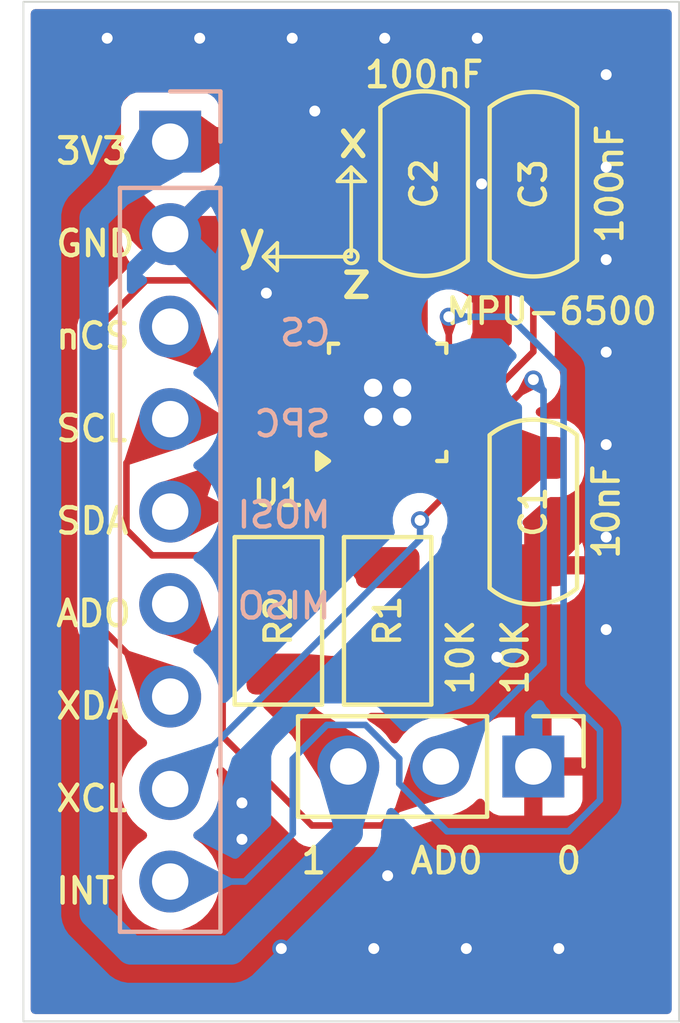
<source format=kicad_pcb>
(kicad_pcb (version 20241229) (generator "pcbnew") (generator_version "9.0")
  (layers (0 "F.Cu" signal) (2 "B.Cu" signal) (13 "F.Paste" user) (15 "B.Paste" user) (5 "F.SilkS" user "F.Silkscreen") (7 "B.SilkS" user "B.Silkscreen") (1 "F.Mask" user) (3 "B.Mask" user) (25 "Edge.Cuts" user))
  (net 0 "")
  (net 1 "GND")
  (net 2 "+3.3V")
  (net 3 "Net-(U1-REGOUT)")
  (net 7 "/INT")
  (net 10 "/AUX_CL")
  (net 13 "/AUX_DA")
  (net 15 "/IIC_AD0")
  (net 16 "/IIC_SCL")
  (net 17 "/IIC_SDA")
  (net 20 "/nCS")
  (footprint "PCM_Capacitor_SMD_AKL:C_1206_3216Metric" (layer "F.Cu") (at 184 52 -90)
    (property "Reference" "C3" (at 0.007668 0 90) (layer "F.SilkS") (effects (font (size 0.7 0.7) (thickness 0.12))))
    (property "Value" "100nF" (at 0 -2.1 90) (layer "F.SilkS") (effects (font (size 0.7 0.7) (thickness 0.12))))
    (fp_line (start -2.1 1.2) (end 2.1 1.2) (stroke (width 0.12)) (layer "F.SilkS"))
    (fp_line (start 2.1 -1.2) (end -2.1 -1.2) (stroke (width 0.12)) (layer "F.SilkS"))
    (fp_arc (start -2.1 1.2) (mid -2.526625 0) (end -2.1 -1.2) (stroke (width 0.12)) (layer "F.SilkS"))
    (fp_arc (start 2.1 -1.2) (mid 2.541962 0) (end 2.1 1.2) (stroke (width 0.12)) (layer "F.SilkS"))
    (pad "1" smd roundrect (at -1.475 0 270) (size 1.15 1.8) (layers "F.Cu" "F.Mask" "F.Paste") (roundrect_rratio 0.217391) (net 1 "GND"))
    (pad "2" smd roundrect (at 1.475 0 270) (size 1.15 1.8) (layers "F.Cu" "F.Mask" "F.Paste") (roundrect_rratio 0.217391) (net 3 "Net-(U1-REGOUT)"))
  )
  (footprint "Connector_PinHeader_2.54mm:PinHeader_1x03_P2.54mm_Vertical" (layer "F.Cu") (at 184 68 -90)
    (property "Reference" "J1" (hide yes))
    (property "Value" "Conn_01x03" (hide yes))
    (fp_line (start -1.38 6.46) (end 1.38 6.46) (stroke (width 0.12)) (layer "F.SilkS"))
    (fp_line (start -1.38 1.27) (end -1.38 6.46) (stroke (width 0.12)) (layer "F.SilkS"))
    (fp_line (start -1.38 1.27) (end 1.38 1.27) (stroke (width 0.12)) (layer "F.SilkS"))
    (fp_line (start 1.38 1.27) (end 1.38 6.46) (stroke (width 0.12)) (layer "F.SilkS"))
    (fp_line (start -1.38 0) (end -1.38 -1.38) (stroke (width 0.12)) (layer "F.SilkS"))
    (fp_line (start -1.38 -1.38) (end 0 -1.38) (stroke (width 0.12)) (layer "F.SilkS"))
    (pad "1" thru_hole rect (at 0 0 270) (size 1.7 1.7) (drill 1) (layers "*.Cu" "*.Mask") (net 1 "GND"))
    (pad "2" thru_hole circle (at 0 2.54 270) (size 1.7 1.7) (drill 1) (layers "*.Cu" "*.Mask") (net 15 "/IIC_AD0"))
    (pad "3" thru_hole circle (at 0 5.08 270) (size 1.7 1.7) (drill 1) (layers "*.Cu" "*.Mask") (net 2 "+3.3V"))
  )
  (footprint "PCM_Resistor_SMD_AKL:R_1206_3216Metric" (layer "F.Cu") (at 177 64 90)
    (property "Reference" "R2" (at 0 0 90) (layer "F.SilkS") (effects (font (size 0.7 0.7) (thickness 0.12))))
    (property "Value" "10K" (at -1 6.5 90) (layer "F.SilkS") (effects (font (size 0.7 0.7) (thickness 0.12))))
    (fp_line (start 2.3 -1.2) (end -2.3 -1.2) (stroke (width 0.12)) (layer "F.SilkS"))
    (fp_line (start -2.3 -1.2) (end -2.3 1.2) (stroke (width 0.12)) (layer "F.SilkS"))
    (fp_line (start 2.3 1.2) (end 2.3 -1.2) (stroke (width 0.12)) (layer "F.SilkS"))
    (fp_line (start -2.3 1.2) (end 2.3 1.2) (stroke (width 0.12)) (layer "F.SilkS"))
    (pad "1" smd roundrect (at -1.4625 0 90) (size 1.125 1.75) (layers "F.Cu" "F.Mask" "F.Paste") (roundrect_rratio 0.222222) (net 2 "+3.3V"))
    (pad "2" smd roundrect (at 1.4625 0 90) (size 1.125 1.75) (layers "F.Cu" "F.Mask" "F.Paste") (roundrect_rratio 0.222222) (net 16 "/IIC_SCL"))
  )
  (footprint "PCM_Capacitor_SMD_AKL:C_1206_3216Metric" (layer "F.Cu") (at 181 52 90)
    (property "Reference" "C2" (at 0.007668 0 270) (layer "F.SilkS") (effects (font (size 0.7 0.7) (thickness 0.12))))
    (property "Value" "100nF" (at 3 0 0) (layer "F.SilkS") (effects (font (size 0.7 0.7) (thickness 0.12))))
    (fp_line (start 2.1 -1.2) (end -2.1 -1.2) (stroke (width 0.12)) (layer "F.SilkS"))
    (fp_line (start -2.1 1.2) (end 2.1 1.2) (stroke (width 0.12)) (layer "F.SilkS"))
    (fp_arc (start 2.1 -1.2) (mid 2.541962 0) (end 2.1 1.2) (stroke (width 0.12)) (layer "F.SilkS"))
    (fp_arc (start -2.1 1.2) (mid -2.526625 0) (end -2.1 -1.2) (stroke (width 0.12)) (layer "F.SilkS"))
    (pad "1" smd roundrect (at -1.475 0 90) (size 1.15 1.8) (layers "F.Cu" "F.Mask" "F.Paste") (roundrect_rratio 0.217391) (net 2 "+3.3V"))
    (pad "2" smd roundrect (at 1.475 0 90) (size 1.15 1.8) (layers "F.Cu" "F.Mask" "F.Paste") (roundrect_rratio 0.217391) (net 1 "GND"))
  )
  (footprint "PCM_Resistor_SMD_AKL:R_1206_3216Metric" (layer "F.Cu") (at 180 64 90)
    (property "Reference" "R1" (at 0 0 90) (layer "F.SilkS") (effects (font (size 0.7 0.7) (thickness 0.12))))
    (property "Value" "10K" (at -1 2 90) (layer "F.SilkS") (effects (font (size 0.7 0.7) (thickness 0.12))))
    (fp_line (start 2.3 -1.2) (end -2.3 -1.2) (stroke (width 0.12)) (layer "F.SilkS"))
    (fp_line (start -2.3 -1.2) (end -2.3 1.2) (stroke (width 0.12)) (layer "F.SilkS"))
    (fp_line (start 2.3 1.2) (end 2.3 -1.2) (stroke (width 0.12)) (layer "F.SilkS"))
    (fp_line (start -2.3 1.2) (end 2.3 1.2) (stroke (width 0.12)) (layer "F.SilkS"))
    (pad "1" smd roundrect (at -1.4625 0 90) (size 1.125 1.75) (layers "F.Cu" "F.Mask" "F.Paste") (roundrect_rratio 0.222222) (net 2 "+3.3V"))
    (pad "2" smd roundrect (at 1.4625 0 90) (size 1.125 1.75) (layers "F.Cu" "F.Mask" "F.Paste") (roundrect_rratio 0.222222) (net 17 "/IIC_SDA"))
  )
  (footprint "Library:QFN-24-1EP_3x3mm_P0.4mm_EP1.75x1.6mm_ThermalVias" (layer "F.Cu") (at 180 58 90)
    (property "Reference" "U1" (at -2.5 -3 180) (layer "F.SilkS") (effects (font (size 0.7 0.7) (thickness 0.12) (bold yes))))
    (property "Value" "MPU-6500" (at 2.5 4.5 180) (layer "F.SilkS") (effects (font (size 0.7 0.7) (thickness 0.12) (bold yes))))
    (fp_line (start 1.61 -1.61) (end 1.61 -1.36) (stroke (width 0.12)) (layer "F.SilkS"))
    (fp_line (start 1.36 -1.61) (end 1.61 -1.61) (stroke (width 0.12)) (layer "F.SilkS"))
    (fp_line (start 1.61 1.61) (end 1.61 1.36) (stroke (width 0.12)) (layer "F.SilkS"))
    (fp_line (start 1.36 1.61) (end 1.61 1.61) (stroke (width 0.12)) (layer "F.SilkS"))
    (fp_line (start -1.36 1.61) (end -1.61 1.61) (stroke (width 0.12)) (layer "F.SilkS"))
    (fp_line (start -1.61 1.61) (end -1.61 1.36) (stroke (width 0.12)) (layer "F.SilkS"))
    (fp_poly (pts (xy -1.61 -1.61) (xy -1.85 -1.94) (xy -1.37 -1.94)) (stroke (width 0.12)) (fill yes) (layer "F.SilkS"))
    (pad "1" smd roundrect (at -1.875 -1 90) (size 1 0.2) (layers "F.Cu" "F.Mask" "F.Paste"))
    (pad "1" smd custom (at -1.5 -1 90) (size 0.115147 0.115147) (layers "F.Cu" "F.Mask" "F.Paste") (options (clearance outline) (anchor circle)) (primitives (gr_poly (pts (xy -0.335 -0.06) (xy 0.238431 -0.06) (xy 0.335 0.036569) (xy 0.335 0.06) (xy -0.335 0.06)) (width 0.08) (fill yes))))
    (pad "2" smd roundrect (at -1.75 -0.6 90) (size 1.25 0.2) (layers "F.Cu" "F.Mask" "F.Paste"))
    (pad "3" smd roundrect (at -1.75 -0.2 90) (size 1.25 0.2) (layers "F.Cu" "F.Mask" "F.Paste"))
    (pad "4" smd roundrect (at -1.75 0.2 90) (size 1.25 0.2) (layers "F.Cu" "F.Mask" "F.Paste"))
    (pad "5" smd roundrect (at -1.75 0.6 90) (size 1.25 0.2) (layers "F.Cu" "F.Mask" "F.Paste"))
    (pad "6" smd roundrect (at -1.875 1 90) (size 1 0.2) (layers "F.Cu" "F.Mask" "F.Paste"))
    (pad "6" smd custom (at -1.5 1 90) (size 0.115147 0.115147) (layers "F.Cu" "F.Mask" "F.Paste") (options (clearance outline) (anchor circle)) (primitives (gr_poly (pts (xy -0.335 -0.06) (xy 0.335 -0.06) (xy 0.335 -0.036569) (xy 0.238431 0.06) (xy -0.335 0.06)) (width 0.08) (fill yes))))
    (pad "7" smd custom (at -1 1.5 90) (size 0.115147 0.115147) (layers "F.Cu" "F.Mask" "F.Paste") (net 10 "/AUX_CL") (options (clearance outline) (anchor circle)) (primitives (gr_poly (pts (xy -0.06 -0.238431) (xy 0.036569 -0.335) (xy 0.06 -0.335) (xy 0.06 0.335) (xy -0.06 0.335)) (width 0.08) (fill yes))))
    (pad "7" smd roundrect (at -1 1.875 90) (size 0.2 1) (layers "F.Cu" "F.Mask" "F.Paste") (net 10 "/AUX_CL"))
    (pad "8" smd roundrect (at -0.6 1.75 90) (size 0.2 1.25) (layers "F.Cu" "F.Mask" "F.Paste") (net 2 "+3.3V"))
    (pad "9" smd roundrect (at -0.2 1.75 90) (size 0.2 1.25) (layers "F.Cu" "F.Mask" "F.Paste") (net 15 "/IIC_AD0"))
    (pad "10" smd roundrect (at 0.2 1.75 90) (size 0.2 1.25) (layers "F.Cu" "F.Mask" "F.Paste") (net 3 "Net-(U1-REGOUT)"))
    (pad "11" smd roundrect (at 0.6 1.75 90) (size 0.2 1.25) (layers "F.Cu" "F.Mask" "F.Paste") (net 1 "GND"))
    (pad "12" smd custom (at 1 1.5 90) (size 0.115147 0.115147) (layers "F.Cu" "F.Mask" "F.Paste") (net 7 "/INT") (options (clearance outline) (anchor circle)) (primitives (gr_poly (pts (xy -0.06 -0.335) (xy -0.036569 -0.335) (xy 0.06 -0.238431) (xy 0.06 0.335) (xy -0.06 0.335)) (width 0.08) (fill yes))))
    (pad "12" smd roundrect (at 1 1.875 90) (size 0.2 1) (layers "F.Cu" "F.Mask" "F.Paste") (net 7 "/INT"))
    (pad "13" smd custom (at 1.5 1 90) (size 0.115147 0.115147) (layers "F.Cu" "F.Mask" "F.Paste") (net 2 "+3.3V") (options (clearance outline) (anchor circle)) (primitives (gr_poly (pts (xy -0.335 -0.06) (xy 0.335 -0.06) (xy 0.335 0.06) (xy -0.238431 0.06) (xy -0.335 -0.036569)) (width 0.08) (fill yes))))
    (pad "13" smd roundrect (at 1.875 1 90) (size 1 0.2) (layers "F.Cu" "F.Mask" "F.Paste") (net 2 "+3.3V"))
    (pad "14" smd roundrect (at 1.75 0.6 90) (size 1.25 0.2) (layers "F.Cu" "F.Mask" "F.Paste"))
    (pad "15" smd roundrect (at 1.75 0.2 90) (size 1.25 0.2) (layers "F.Cu" "F.Mask" "F.Paste"))
    (pad "16" smd roundrect (at 1.75 -0.2 90) (size 1.25 0.2) (layers "F.Cu" "F.Mask" "F.Paste"))
    (pad "17" smd roundrect (at 1.75 -0.6 90) (size 1.25 0.2) (layers "F.Cu" "F.Mask" "F.Paste"))
    (pad "18" smd custom (at 1.5 -1 90) (size 0.115147 0.115147) (layers "F.Cu" "F.Mask" "F.Paste") (net 1 "GND") (options (clearance outline) (anchor circle)) (primitives (gr_poly (pts (xy -0.335 0.036569) (xy -0.238431 -0.06) (xy 0.335 -0.06) (xy 0.335 0.06) (xy -0.335 0.06)) (width 0.08) (fill yes))))
    (pad "18" smd roundrect (at 1.875 -1 90) (size 1 0.2) (layers "F.Cu" "F.Mask" "F.Paste") (net 1 "GND"))
    (pad "19" smd roundrect (at 1 -1.875 90) (size 0.2 1) (layers "F.Cu" "F.Mask" "F.Paste") (net 2 "+3.3V"))
    (pad "19" smd custom (at 1 -1.5 90) (size 0.115147 0.115147) (layers "F.Cu" "F.Mask" "F.Paste") (net 2 "+3.3V") (options (clearance outline) (anchor circle)) (primitives (gr_poly (pts (xy -0.06 -0.335) (xy 0.06 -0.335) (xy 0.06 0.238431) (xy -0.036569 0.335) (xy -0.06 0.335)) (width 0.08) (fill yes))))
    (pad "20" smd roundrect (at 0.6 -1.75 90) (size 0.2 1.25) (layers "F.Cu" "F.Mask" "F.Paste") (net 1 "GND"))
    (pad "21" smd roundrect (at 0.2 -1.75 90) (size 0.2 1.25) (layers "F.Cu" "F.Mask" "F.Paste") (net 13 "/AUX_DA"))
    (pad "22" smd roundrect (at -0.2 -1.75 90) (size 0.2 1.25) (layers "F.Cu" "F.Mask" "F.Paste") (net 20 "/nCS"))
    (pad "23" smd roundrect (at -0.6 -1.75 90) (size 0.2 1.25) (layers "F.Cu" "F.Mask" "F.Paste") (net 16 "/IIC_SCL"))
    (pad "24" smd roundrect (at -1 -1.875 90) (size 0.2 1) (layers "F.Cu" "F.Mask" "F.Paste") (net 17 "/IIC_SDA"))
    (pad "24" smd custom (at -1 -1.5 90) (size 0.115147 0.115147) (layers "F.Cu" "F.Mask" "F.Paste") (net 17 "/IIC_SDA") (options (clearance outline) (anchor circle)) (primitives (gr_poly (pts (xy -0.06 -0.335) (xy 0.06 -0.335) (xy 0.06 0.335) (xy 0.036569 0.335) (xy -0.06 0.238431)) (width 0.08) (fill yes))))
    (pad "25" thru_hole circle (at -0.4 -0.4 90) (size 0.8 0.8) (drill 0.5) (property pad_prop_heatsink) (layers "*.Cu") (net 1 "GND"))
    (pad "25" thru_hole circle (at -0.4 0.4 90) (size 0.8 0.8) (drill 0.5) (property pad_prop_heatsink) (layers "*.Cu") (net 1 "GND"))
    (pad "25" smd rect (at 0 0 90) (size 1.75 1.6) (property pad_prop_heatsink) (layers "F.Cu" "F.Mask") (net 1 "GND"))
    (pad "25" smd rect (at 0 0 90) (size 1.75 1.6) (property pad_prop_heatsink) (layers "B.Cu") (net 1 "GND"))
    (pad "25" thru_hole circle (at 0.4 -0.4 90) (size 0.8 0.8) (drill 0.5) (property pad_prop_heatsink) (layers "*.Cu") (net 1 "GND"))
    (pad "25" thru_hole circle (at 0.4 0.4 90) (size 0.8 0.8) (drill 0.5) (property pad_prop_heatsink) (layers "*.Cu") (net 1 "GND"))
  )
  (footprint "PCM_Capacitor_SMD_AKL:C_1206_3216Metric" (layer "F.Cu") (at 184 61 -90)
    (property "Reference" "C1" (at 0.007668 0 90) (layer "F.SilkS") (effects (font (size 0.7 0.7) (thickness 0.12))))
    (property "Value" "10nF" (at 0 -2 90) (layer "F.SilkS") (effects (font (size 0.7 0.7) (thickness 0.12))))
    (fp_line (start -2.1 1.2) (end 2.1 1.2) (stroke (width 0.12)) (layer "F.SilkS"))
    (fp_line (start 2.1 -1.2) (end -2.1 -1.2) (stroke (width 0.12)) (layer "F.SilkS"))
    (fp_arc (start -2.1 1.2) (mid -2.526625 0) (end -2.1 -1.2) (stroke (width 0.12)) (layer "F.SilkS"))
    (fp_arc (start 2.1 -1.2) (mid 2.541962 0) (end 2.1 1.2) (stroke (width 0.12)) (layer "F.SilkS"))
    (pad "1" smd roundrect (at -1.475 0 270) (size 1.15 1.8) (layers "F.Cu" "F.Mask" "F.Paste") (roundrect_rratio 0.217391) (net 2 "+3.3V"))
    (pad "2" smd roundrect (at 1.475 0 270) (size 1.15 1.8) (layers "F.Cu" "F.Mask" "F.Paste") (roundrect_rratio 0.217391) (net 1 "GND"))
  )
  (footprint "Connector_PinHeader_2.54mm:PinHeader_1x09_P2.54mm_Vertical" (layer "B.Cu") (at 174.03 50.84 180)
    (property "Reference" "J2" (hide yes))
    (property "Value" "Conn_01x09")
    (fp_line (start 1.38 -1.27) (end 1.38 -21.7) (stroke (width 0.12)) (layer "B.SilkS"))
    (fp_line (start -1.38 1.38) (end 0 1.38) (stroke (width 0.12)) (layer "B.SilkS"))
    (fp_line (start -1.38 0) (end -1.38 1.38) (stroke (width 0.12)) (layer "B.SilkS"))
    (fp_line (start -1.38 -1.27) (end 1.38 -1.27) (stroke (width 0.12)) (layer "B.SilkS"))
    (fp_line (start -1.38 -1.27) (end -1.38 -21.7) (stroke (width 0.12)) (layer "B.SilkS"))
    (fp_line (start -1.38 -21.7) (end 1.38 -21.7) (stroke (width 0.12)) (layer "B.SilkS"))
    (pad "1" thru_hole rect (at 0 0 180) (size 1.7 1.7) (drill 1) (layers "*.Cu" "*.Mask") (net 2 "+3.3V"))
    (pad "2" thru_hole circle (at 0 -2.54 180) (size 1.7 1.7) (drill 1) (layers "*.Cu" "*.Mask") (net 1 "GND"))
    (pad "3" thru_hole circle (at 0 -5.08 180) (size 1.7 1.7) (drill 1) (layers "*.Cu" "*.Mask") (net 20 "/nCS"))
    (pad "4" thru_hole circle (at 0 -7.62 180) (size 1.7 1.7) (drill 1) (layers "*.Cu" "*.Mask") (net 16 "/IIC_SCL"))
    (pad "5" thru_hole circle (at 0 -10.16 180) (size 1.7 1.7) (drill 1) (layers "*.Cu" "*.Mask") (net 17 "/IIC_SDA"))
    (pad "6" thru_hole circle (at 0 -12.7 180) (size 1.7 1.7) (drill 1) (layers "*.Cu" "*.Mask") (net 15 "/IIC_AD0"))
    (pad "7" thru_hole circle (at 0 -15.24 180) (size 1.7 1.7) (drill 1) (layers "*.Cu" "*.Mask") (net 13 "/AUX_DA"))
    (pad "8" thru_hole circle (at 0 -17.78 180) (size 1.7 1.7) (drill 1) (layers "*.Cu" "*.Mask") (net 10 "/AUX_CL"))
    (pad "9" thru_hole circle (at 0 -20.32 180) (size 1.7 1.7) (drill 1) (layers "*.Cu" "*.Mask") (net 7 "/INT"))
  )
  (gr_rect (start 178.51 56.58) (end 181.45 59.43) (stroke (width 0.2)) (fill yes) (layer "B.Cu") (net 1))
  (gr_line (start 176.59 54) (end 176.97 54.38) (stroke (width 0.1)) (layer "F.SilkS"))
  (gr_line (start 178.62 51.92) (end 179 51.54) (stroke (width 0.1)) (layer "F.SilkS"))
  (gr_circle (center 179 54) (end 179.13 54.13) (stroke (width 0.1)) (fill no) (layer "F.SilkS"))
  (gr_line (start 176.97 53.62) (end 176.59 54) (stroke (width 0.1)) (layer "F.SilkS"))
  (gr_line (start 177 54) (end 176.59 54) (stroke (width 0.1)) (layer "F.SilkS"))
  (gr_line (start 176.59 54) (end 176.97 53.62) (stroke (width 0.1)) (layer "F.SilkS"))
  (gr_line (start 177 54) (end 179 54) (stroke (width 0.1)) (layer "F.SilkS"))
  (gr_line (start 179.39 51.93) (end 178.62 51.93) (stroke (width 0.1)) (layer "F.SilkS"))
  (gr_line (start 179 54) (end 179 52) (stroke (width 0.1)) (layer "F.SilkS"))
  (gr_line (start 179 52) (end 179 51.54) (stroke (width 0.1)) (layer "F.SilkS"))
  (gr_line (start 179 51.54) (end 178.62 51.92) (stroke (width 0.1)) (layer "F.SilkS"))
  (gr_line (start 179 54) (end 177 54) (stroke (width 0.1)) (layer "F.SilkS"))
  (gr_line (start 179 51.54) (end 179.39 51.93) (stroke (width 0.1)) (layer "F.SilkS"))
  (gr_line (start 176.97 54.38) (end 176.97 53.62) (stroke (width 0.1)) (layer "F.SilkS"))
  (gr_rect (start 170 47) (end 188 75) (stroke (width 0.05)) (fill no) (layer "Edge.Cuts"))
  (gr_text "1" (at 177.56 71 0) (layer "F.SilkS") (effects (font (size 0.7 0.7) (thickness 0.12) (bold yes)) (justify left bottom)))
  (gr_text "z" (at 178.64 55.22 0) (layer "F.SilkS") (effects (font (size 1 1)) (justify left bottom)))
  (gr_text "SDA" (at 170.83 61.67 0) (layer "F.SilkS") (effects (font (size 0.7 0.7) (thickness 0.12) (bold yes)) (justify left bottom)))
  (gr_text "x" (at 178.55 51.35 0) (layer "F.SilkS") (effects (font (size 1 1)) (justify left bottom)))
  (gr_text "SCL" (at 170.83 59.13 0) (layer "F.SilkS") (effects (font (size 0.7 0.7) (thickness 0.12) (bold yes)) (justify left bottom)))
  (gr_text "0" (at 184.56 71 0) (layer "F.SilkS") (effects (font (size 0.7 0.7) (thickness 0.12) (bold yes)) (justify left bottom)))
  (gr_text "GND\n" (at 170.83 54.05 0) (layer "F.SilkS") (effects (font (size 0.7 0.7) (thickness 0.12) (bold yes)) (justify left bottom)))
  (gr_text "AD0\n" (at 180.56 71 0) (layer "F.SilkS") (effects (font (size 0.7 0.7) (thickness 0.12) (bold yes)) (justify left bottom)))
  (gr_text "XCL" (at 170.83 69.29 0) (layer "F.SilkS") (effects (font (size 0.7 0.7) (thickness 0.12) (bold yes)) (justify left bottom)))
  (gr_text "y" (at 175.8 54.1 0) (layer "F.SilkS") (effects (font (size 1 1)) (justify left bottom)))
  (gr_text "INT" (at 170.83 71.83 0) (layer "F.SilkS") (effects (font (size 0.7 0.7) (thickness 0.12) (bold yes)) (justify left bottom)))
  (gr_text "nCS" (at 170.83 56.59 0) (layer "F.SilkS") (effects (font (size 0.7 0.7) (thickness 0.12) (bold yes)) (justify left bottom)))
  (gr_text "ADO" (at 170.83 64.21 0) (layer "F.SilkS") (effects (font (size 0.7 0.7) (thickness 0.12) (bold yes)) (justify left bottom)))
  (gr_text "3V3" (at 170.83 51.51 0) (layer "F.SilkS") (effects (font (size 0.7 0.7) (thickness 0.12) (bold yes)) (justify left bottom)))
  (gr_text "XDA" (at 170.83 66.75 0) (layer "F.SilkS") (effects (font (size 0.7 0.7) (thickness 0.12) (bold yes)) (justify left bottom)))
  (gr_text "CS" (at 178.5 56.5 0) (layer "B.SilkS") (effects (font (size 0.7 0.7) (thickness 0.12) (bold yes)) (justify left bottom mirror)))
  (gr_text "SPC" (at 178.5 59 0) (layer "B.SilkS") (effects (font (size 0.7 0.7) (thickness 0.12) (bold yes)) (justify left bottom mirror)))
  (gr_text "MISO" (at 178.5 64 0) (layer "B.SilkS") (effects (font (size 0.7 0.7) (thickness 0.12) (bold yes)) (justify left bottom mirror)))
  (gr_text "MOSI\n" (at 178.5 61.5 0) (layer "B.SilkS") (effects (font (size 0.7 0.7) (thickness 0.12) (bold yes)) (justify left bottom mirror)))
  (segment (start 182.43 50.525) (end 181 50.525) (width 0.5) (layer "F.Cu") (net 1))
  (segment (start 175.33 53.38) (end 176.67 54.72) (width 1) (layer "F.Cu") (net 1))
  (segment (start 179.17 57.17) (end 180 58) (width 0.13) (layer "F.Cu") (net 1))
  (segment (start 179.081 56.581) (end 179.081 56.951) (width 0.13) (layer "F.Cu") (net 1))
  (segment (start 179 56.5) (end 179.081 56.581) (width 0.13) (layer "F.Cu") (net 1))
  (segment (start 184 50.525) (end 181 50.525) (width 1) (layer "F.Cu") (net 1))
  (segment (start 179.395 48.92) (end 181 50.525) (width 1) (layer "F.Cu") (net 1))
  (segment (start 182.895 57.125) (end 182.895 56.575) (width 0.18) (layer "F.Cu") (net 1))
  (segment (start 176.67 55) (end 176.67 55.17) (width 1) (layer "F.Cu") (net 1))
  (segment (start 179.4 57.4) (end 180 58) (width 0.18) (layer "F.Cu") (net 1))
  (segment (start 181.75 57.4) (end 182.62 57.4) (width 0.18) (layer "F.Cu") (net 1))
  (segment (start 178.25 57.4) (end 179.4 57.4) (width 0.18) (layer "F.Cu") (net 1))
  (segment (start 181.5 57.4) (end 181.877714 57.4) (width 0.18) (layer "F.Cu") (net 1))
  (segment (start 172.05 51.93) (end 172.05 49.718) (width 1) (layer "F.Cu") (net 1))
  (segment (start 177.12 57.4) (end 176.66 56.94) (width 0.18) (layer "F.Cu") (net 1))
  (segment (start 186 60.475) (end 186 59.16) (width 1) (layer "F.Cu") (net 1))
  (segment (start 184 62.475) (end 186 60.475) (width 1) (layer "F.Cu") (net 1))
  (segment (start 180.6 57.4) (end 180 58) (width 0.18) (layer "F.Cu") (net 1))
  (segment (start 179.081 56.951) (end 179.17 57.04) (width 0.13) (layer "F.Cu") (net 1))
  (segment (start 182.58 52) (end 182.58 51.525) (width 0.5) (layer "F.Cu") (net 1))
  (segment (start 182.58 52.44) (end 182.58 52) (width 0.5) (layer "F.Cu") (net 1))
  (segment (start 182.895 56.575) (end 182.58 56.26) (width 0.18) (layer "F.Cu") (net 1))
  (segment (start 182.59 56.27) (end 182.58 56.26) (width 0.5) (layer "F.Cu") (net 1))
  (segment (start 182.62 57.4) (end 182.895 57.125) (width 0.18) (layer "F.Cu") (net 1))
  (segment (start 178.25 57.4) (end 177.12 57.4) (width 0.18) (layer "F.Cu") (net 1))
  (segment (start 182.58 50.675) (end 182.43 50.525) (width 0.5) (layer "F.Cu") (net 1))
  (segment (start 184 50.525) (end 186 52.525) (width 1) (layer "F.Cu") (net 1))
  (segment (start 173.5 53.38) (end 172.05 51.93) (width 1) (layer "F.Cu") (net 1))
  (segment (start 179.17 57.04) (end 179.17 57.17) (width 0.13) (layer "F.Cu") (net 1))
  (segment (start 174.03 53.38) (end 173.5 53.38) (width 1) (layer "F.Cu") (net 1))
  (segment (start 181.5 57.4) (end 180.6 57.4) (width 0.18) (layer "F.Cu") (net 1))
  (segment (start 184 68) (end 184 62.475) (width 1) (layer "F.Cu") (net 1))
  (segment (start 182.58 52.44) (end 182.58 56.26) (width 0.5) (layer "F.Cu") (net 1))
  (segment (start 176.66 56.94) (end 176.66 55.18) (width 0.18) (layer "F.Cu") (net 1))
  (segment (start 176.66 55.18) (end 176.67 55.17) (width 0.18) (layer "F.Cu") (net 1))
  (segment (start 174.03 53.38) (end 175.33 53.38) (width 1) (layer "F.Cu") (net 1))
  (segment (start 172.848 48.92) (end 179.395 48.92) (width 1) (layer "F.Cu") (net 1))
  (segment (start 186 52.525) (end 186 60.475) (width 1) (layer "F.Cu") (net 1))
  (segment (start 182.58 52.44) (end 182.58 50.675) (width 0.5) (layer "F.Cu") (net 1))
  (segment (start 176.67 54.72) (end 176.67 55) (width 1) (layer "F.Cu") (net 1))
  (segment (start 172.05 49.718) (end 172.848 48.92) (width 1) (layer "F.Cu") (net 1))
  (via (at 174.84 48) (size 0.5) (drill 0.3) (layers "F.Cu" "B.Cu") (net 1))
  (via (at 172.3 48) (size 0.5) (drill 0.3) (layers "F.Cu" "B.Cu") (net 1))
  (via (at 186 49) (size 0.5) (drill 0.3) (layers "F.Cu" "B.Cu") (net 1))
  (via (at 184.7 73) (size 0.5) (drill 0.3) (layers "F.Cu" "B.Cu") (net 1))
  (via (at 182.16 73) (size 0.5) (drill 0.3) (layers "F.Cu" "B.Cu") (net 1))
  (via (at 183 65) (size 0.5) (drill 0.3) (layers "F.Cu" "B.Cu") (net 1))
  (via (at 180 71) (size 0.5) (drill 0.3) (layers "F.Cu" "B.Cu") (net 1))
  (via (at 179.62 73) (size 0.5) (drill 0.3) (layers "F.Cu" "B.Cu") (net 1))
  (via (at 186 51.54) (size 0.5) (drill 0.3) (layers "F.Cu" "B.Cu") (net 1))
  (via (at 182.58 52) (size 0.5) (drill 0.3) (layers "F.Cu" "B.Cu") (net 1))
  (via (at 186 59.16) (size 0.5) (drill 0.3) (layers "F.Cu" "B.Cu") (net 1))
  (via (at 176 69) (size 0.5) (drill 0.3) (layers "F.Cu" "B.Cu") (net 1))
  (via (at 186 54.08) (size 0.5) (drill 0.3) (layers "F.Cu" "B.Cu") (net 1))
  (via (at 186 61.7) (size 0.5) (drill 0.3) (layers "F.Cu" "B.Cu") (net 1))
  (via (at 179.92 48) (size 0.5) (drill 0.3) (layers "F.Cu" "B.Cu") (net 1))
  (via (at 176 70) (size 0.5) (drill 0.3) (layers "F.Cu" "B.Cu") (net 1))
  (via (at 186 64.24) (size 0.5) (drill 0.3) (layers "F.Cu" "B.Cu") (net 1))
  (via (at 182.46 48) (size 0.5) (drill 0.3) (layers "F.Cu" "B.Cu") (net 1))
  (via (at 177.38 48) (size 0.5) (drill 0.3) (layers "F.Cu" "B.Cu") (net 1))
  (via (at 177.08 73) (size 0.5) (drill 0.3) (layers "F.Cu" "B.Cu") (net 1))
  (via (at 176.67 55) (size 0.5) (drill 0.3) (layers "F.Cu" "B.Cu") (net 1))
  (via (at 178 50) (size 0.5) (drill 0.3) (layers "F.Cu" "B.Cu") (net 1))
  (via (at 186 56.62) (size 0.5) (drill 0.3) (layers "F.Cu" "B.Cu") (net 1))
  (segment (start 178.655 58.005) (end 179.98 58.005) (width 1) (layer "B.Cu") (net 1))
  (segment (start 174.03 53.38) (end 178.655 58.005) (width 1) (layer "B.Cu") (net 1))
  (segment (start 183.075 58.6) (end 184 59.525) (width 0.2) (layer "F.Cu") (net 2))
  (segment (start 175.31 50.84) (end 174.03 50.84) (width 0.8) (layer "F.Cu") (net 2))
  (segment (start 182.17 61.355) (end 184 59.525) (width 1) (layer "F.Cu") (net 2))
  (segment (start 181.75 58.6) (end 183.075 58.6) (width 0.2) (layer "F.Cu") (net 2))
  (segment (start 180 65.4625) (end 182.17 63.2925) (width 1) (layer "F.Cu") (net 2))
  (segment (start 177 66.08) (end 178.92 68) (width 1) (layer "F.Cu") (net 2))
  (segment (start 181 53.475) (end 177.945 53.475) (width 0.8) (layer "F.Cu") (net 2))
  (segment (start 178.24 56.885) (end 178.24 53.77) (width 0.2) (layer "F.Cu") (net 2))
  (segment (start 178.125 57) (end 178.24 56.885) (width 0.2) (layer "F.Cu") (net 2))
  (segment (start 177 65.4625) (end 177 66.08) (width 1) (layer "F.Cu") (net 2))
  (segment (start 177.945 53.475) (end 175.31 50.84) (width 0.8) (layer "F.Cu") (net 2))
  (segment (start 182.17 63.2925) (end 182.17 61.355) (width 1) (layer "F.Cu") (net 2))
  (segment (start 178.24 53.77) (end 177.945 53.475) (width 0.2) (layer "F.Cu") (net 2))
  (segment (start 181 56.125) (end 181 53.475) (width 0.2) (layer "F.Cu") (net 2))
  (segment (start 177 65.4625) (end 180 65.4625) (width 1) (layer "F.Cu") (net 2))
  (segment (start 171.94 72.03) (end 172.95 73.04) (width 0.8) (layer "B.Cu") (net 2))
  (segment (start 178.92 69.823496) (end 178.92 68) (width 0.8) (layer "B.Cu") (net 2))
  (segment (start 171.94 52.93) (end 171.94 72.03) (width 0.8) (layer "B.Cu") (net 2))
  (segment (start 172.95 73.04) (end 175.703496 73.04) (width 0.8) (layer "B.Cu") (net 2))
  (segment (start 175.703496 73.04) (end 178.92 69.823496) (width 0.8) (layer "B.Cu") (net 2))
  (segment (start 174.03 50.84) (end 171.94 52.93) (width 0.8) (layer "B.Cu") (net 2))
  (segment (start 181.5 57.8) (end 182.81 57.8) (width 0.18) (layer "F.Cu") (net 3))
  (segment (start 184 56.61) (end 184 53.475) (width 0.18) (layer "F.Cu") (net 3))
  (segment (start 182.81 57.8) (end 184 56.61) (width 0.18) (layer "F.Cu") (net 3))
  (segment (start 181.68 56.805) (end 181.875 57) (width 0.18) (layer "F.Cu") (net 7))
  (segment (start 181.68 55.65) (end 181.68 56.805) (width 0.18) (layer "F.Cu") (net 7))
  (via (at 181.68 55.65) (size 0.5) (drill 0.3) (layers "F.Cu" "B.Cu") (net 7))
  (segment (start 180.319 67.785382) (end 180.319 68.472618) (width 0.18) (layer "B.Cu") (net 7))
  (segment (start 184.83 66) (end 184.83 57.12) (width 0.18) (layer "B.Cu") (net 7))
  (segment (start 185.83 68.92) (end 185.83 67) (width 0.18) (layer "B.Cu") (net 7))
  (segment (start 184.97 69.78) (end 185.83 68.92) (width 0.18) (layer "B.Cu") (net 7))
  (segment (start 180.319 68.472618) (end 181.626382 69.78) (width 0.18) (layer "B.Cu") (net 7))
  (segment (start 185.83 67) (end 184.83 66) (width 0.18) (layer "B.Cu") (net 7))
  (segment (start 177.395 67.795) (end 178.331 66.859) (width 0.18) (layer "B.Cu") (net 7))
  (segment (start 178.331 66.859) (end 179.392618 66.859) (width 0.18) (layer "B.Cu") (net 7))
  (segment (start 183.36 55.65) (end 181.68 55.65) (width 0.18) (layer "B.Cu") (net 7))
  (segment (start 174.03 71.16) (end 176.08 71.16) (width 0.18) (layer "B.Cu") (net 7))
  (segment (start 179.392618 66.859) (end 180.319 67.785382) (width 0.18) (layer "B.Cu") (net 7))
  (segment (start 177.395 69.845) (end 177.395 67.795) (width 0.18) (layer "B.Cu") (net 7))
  (segment (start 181.626382 69.78) (end 184.97 69.78) (width 0.18) (layer "B.Cu") (net 7))
  (segment (start 184.83 57.12) (end 183.36 55.65) (width 0.18) (layer "B.Cu") (net 7))
  (segment (start 176.08 71.16) (end 177.395 69.845) (width 0.18) (layer "B.Cu") (net 7))
  (segment (start 180.89 61.24) (end 181.875 60.255) (width 0.18) (layer "F.Cu") (net 10))
  (segment (start 181.875 60.255) (end 181.875 59.041) (width 0.18) (layer "F.Cu") (net 10))
  (via (at 180.89 61.24) (size 0.5) (drill 0.3) (layers "F.Cu" "B.Cu") (net 10))
  (segment (start 180.89 61.76) (end 180.89 61.24) (width 0.18) (layer "B.Cu") (net 10))
  (segment (start 174.03 68.62) (end 180.89 61.76) (width 0.18) (layer "B.Cu") (net 10))
  (segment (start 176.07 56.12) (end 176.07 57.28) (width 0.18) (layer "F.Cu") (net 13))
  (segment (start 176.07 57.28) (end 176.59 57.8) (width 0.18) (layer "F.Cu") (net 13))
  (segment (start 174.03 66.08) (end 172.07 64.12) (width 0.18) (layer "F.Cu") (net 13))
  (segment (start 172.07 64.12) (end 172.07 55.95) (width 0.18) (layer "F.Cu") (net 13))
  (segment (start 173.37 54.65) (end 174.6 54.65) (width 0.18) (layer "F.Cu") (net 13))
  (segment (start 176.59 57.8) (end 178.25 57.8) (width 0.18) (layer "F.Cu") (net 13))
  (segment (start 174.6 54.65) (end 176.07 56.12) (width 0.18) (layer "F.Cu") (net 13))
  (segment (start 172.07 55.95) (end 173.37 54.65) (width 0.18) (layer "F.Cu") (net 13))
  (segment (start 183.175 58.2) (end 181.5 58.2) (width 0.18) (layer "F.Cu") (net 15))
  (segment (start 177.92 69.62) (end 179.84 69.62) (width 0.18) (layer "F.Cu") (net 15))
  (segment (start 175.47 67.17) (end 177.92 69.62) (width 0.18) (layer "F.Cu") (net 15))
  (segment (start 179.84 69.62) (end 181.46 68) (width 0.18) (layer "F.Cu") (net 15))
  (segment (start 183.175 58.2) (end 184 57.375) (width 0.2) (layer "F.Cu") (net 15))
  (segment (start 181.75 58.2) (end 183.175 58.2) (width 0.2) (layer "F.Cu") (net 15))
  (segment (start 174.03 63.54) (end 175.47 64.98) (width 0.18) (layer "F.Cu") (net 15))
  (segment (start 175.47 64.98) (end 175.47 67.17) (width 0.18) (layer "F.Cu") (net 15))
  (via (at 184 57.375) (size 0.5) (drill 0.3) (layers "F.Cu" "B.Cu") (net 15))
  (segment (start 184.28 65.18) (end 181.46 68) (width 0.18) (layer "B.Cu") (net 15))
  (segment (start 184.28 57.67) (end 184.28 65.18) (width 0.18) (layer "B.Cu") (net 15))
  (segment (start 184 57.375) (end 184 57.39) (width 0.18) (layer "B.Cu") (net 15))
  (segment (start 184 57.39) (end 184.28 57.67) (width 0.18) (layer "B.Cu") (net 15))
  (segment (start 174.17 58.6) (end 174.03 58.46) (width 0.18) (layer "F.Cu") (net 16))
  (segment (start 177 62.5375) (end 176.6635 62.201) (width 0.18) (layer "F.Cu") (net 16))
  (segment (start 173.532529 62.201) (end 172.829 61.497471) (width 0.18) (layer "F.Cu") (net 16))
  (segment (start 176.6635 62.201) (end 173.532529 62.201) (width 0.18) (layer "F.Cu") (net 16))
  (segment (start 172.829 59.661) (end 174.03 58.46) (width 0.18) (layer "F.Cu") (net 16))
  (segment (start 172.829 61.497471) (end 172.829 59.661) (width 0.18) (layer "F.Cu") (net 16))
  (segment (start 178.5 58.6) (end 174.17 58.6) (width 0.18) (layer "F.Cu") (net 16))
  (segment (start 174.03 61) (end 175.979 59.051) (width 0.18) (layer "F.Cu") (net 17))
  (segment (start 175.979 59.051) (end 178.125 59.051) (width 0.18) (layer "F.Cu") (net 17))
  (segment (start 179.125 62.5375) (end 177.5875 61) (width 0.18) (layer "F.Cu") (net 17))
  (segment (start 180 62.5375) (end 179.125 62.5375) (width 0.18) (layer "F.Cu") (net 17))
  (segment (start 177.5875 61) (end 174.03 61) (width 0.18) (layer "F.Cu") (net 17))
  (segment (start 178.5 58.2) (end 176.31 58.2) (width 0.18) (layer "F.Cu") (net 20))
  (segment (start 176.31 58.2) (end 174.03 55.92) (width 0.18) (layer "F.Cu") (net 20))
  (zone (net 1) (net_name "GND") (layers "F.Cu" "B.Cu") (name "GND") (priority 3) (connect_pads (clearance 0.5)) (min_thickness 0.25) (fill yes (thermal_gap 0.5) (thermal_bridge_width 0.5))
    (polygon (pts (xy 170 47) (xy 170 75) (xy 188 75) (xy 188 47)))
  )
)
</source>
